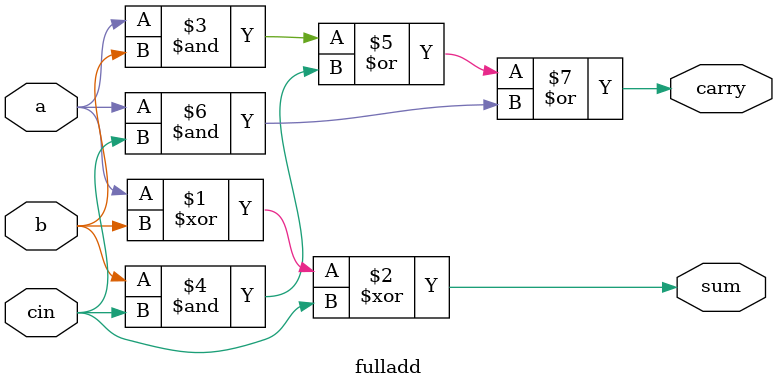
<source format=v>
module fulladd(
    input  wire a, b, cin,   // Inputs
    output wire sum, carry   // Outputs
);

    // Logic equations
    assign sum   = a ^ b ^ cin;                  // XOR for sum
    assign carry = (a & b) | (b & cin) | (a & cin); // Majority function for carry

endmodule

</source>
